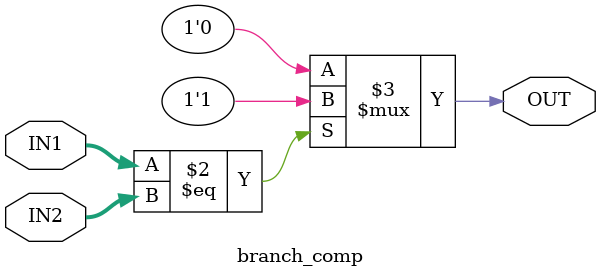
<source format=sv>
module branch_comp #(parameter WIDTH=32) (
    input wire [WIDTH-1:0] IN1, IN2,
    output logic OUT
);

always_comb begin 
    OUT = (IN1 == IN2) ? 1'b1 : 1'b0;
end
    
endmodule
</source>
